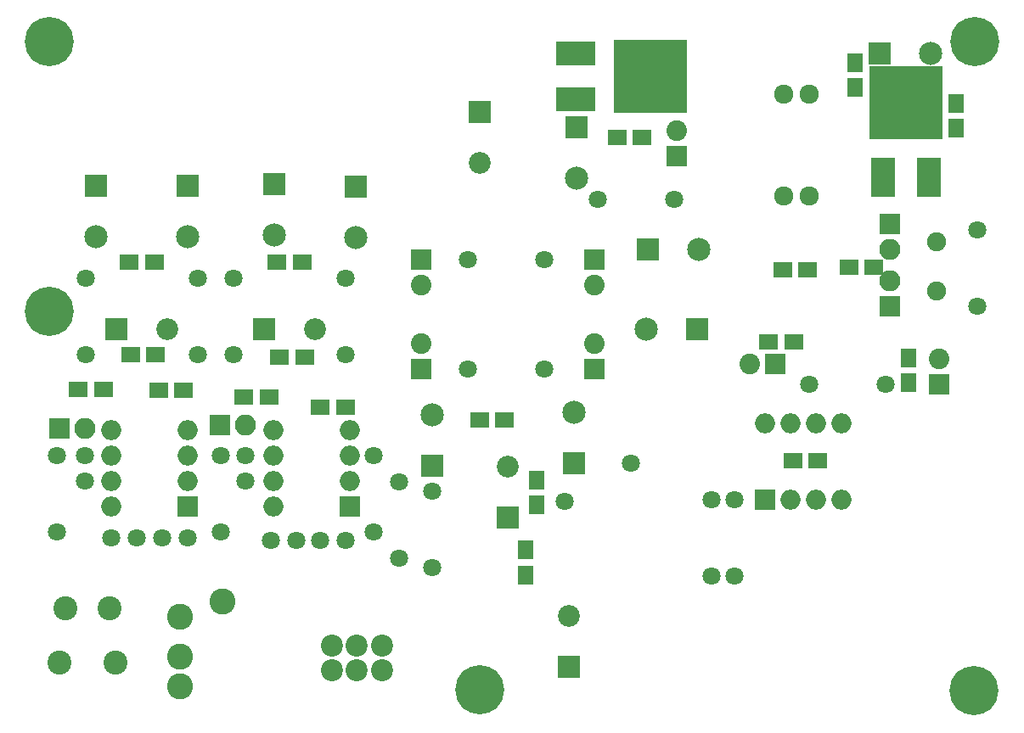
<source format=gbs>
%TF.GenerationSoftware,KiCad,Pcbnew,4.0.6+dfsg1-1*%
%TF.CreationDate,2017-11-11T18:30:39+09:00*%
%TF.ProjectId,USB_DAC1,5553425F444143312E6B696361645F70,rev?*%
%TF.FileFunction,Soldermask,Bot*%
%FSLAX46Y46*%
G04 Gerber Fmt 4.6, Leading zero omitted, Abs format (unit mm)*
G04 Created by KiCad (PCBNEW 4.0.6+dfsg1-1) date Sat Nov 11 18:30:39 2017*
%MOMM*%
%LPD*%
G01*
G04 APERTURE LIST*
%ADD10C,0.100000*%
%ADD11R,2.178000X2.178000*%
%ADD12C,2.178000*%
%ADD13R,3.900000X2.400000*%
%ADD14R,7.400000X7.400000*%
%ADD15C,2.400000*%
%ADD16C,4.900880*%
%ADD17R,2.100000X2.100000*%
%ADD18O,2.100000X2.100000*%
%ADD19R,2.051000X2.051000*%
%ADD20C,2.051000*%
%ADD21R,1.650000X1.900000*%
%ADD22R,1.900000X1.650000*%
%ADD23C,2.600000*%
%ADD24R,2.305000X2.305000*%
%ADD25C,2.305000*%
%ADD26C,1.797000*%
%ADD27C,2.200000*%
%ADD28R,2.000000X2.000000*%
%ADD29O,2.000000X2.000000*%
%ADD30C,1.900000*%
%ADD31R,2.400000X3.900000*%
%ADD32C,1.924000*%
G04 APERTURE END LIST*
D10*
D11*
X54610000Y5207000D03*
D12*
X54610000Y10287000D03*
D13*
X55355000Y61845000D03*
X55355000Y66425000D03*
D14*
X62755000Y64145000D03*
D15*
X3798000Y5588000D03*
X4398000Y11088000D03*
X8798000Y11088000D03*
X9398000Y5588000D03*
D16*
X2794000Y40640000D03*
X45720000Y2921000D03*
X94996000Y2794000D03*
X2794000Y67564000D03*
D17*
X86614000Y49403000D03*
D18*
X86614000Y46863000D03*
D17*
X86614000Y41148000D03*
D18*
X86614000Y43688000D03*
D19*
X65405000Y56134000D03*
D20*
X65405000Y58674000D03*
D21*
X83185000Y63012000D03*
X83185000Y65512000D03*
X93218000Y61448000D03*
X93218000Y58948000D03*
D11*
X45720000Y60579000D03*
D12*
X45720000Y55499000D03*
D22*
X82570000Y45085000D03*
X85070000Y45085000D03*
X59456000Y58039000D03*
X61956000Y58039000D03*
D21*
X50292000Y14371000D03*
X50292000Y16871000D03*
D22*
X45740000Y29845000D03*
X48240000Y29845000D03*
X77069000Y37592000D03*
X74569000Y37592000D03*
D19*
X91567000Y33401000D03*
D20*
X91567000Y35941000D03*
D22*
X78466000Y44831000D03*
X75966000Y44831000D03*
D21*
X88519000Y33548000D03*
X88519000Y36048000D03*
X51435000Y21356000D03*
X51435000Y23856000D03*
D11*
X48514000Y20066000D03*
D12*
X48514000Y25146000D03*
D19*
X75184000Y35433000D03*
D20*
X72644000Y35433000D03*
D19*
X57150000Y34925000D03*
D20*
X57150000Y37465000D03*
D19*
X39878000Y34925000D03*
D20*
X39878000Y37465000D03*
D19*
X57150000Y45847000D03*
D20*
X57150000Y43307000D03*
D19*
X39878000Y45847000D03*
D20*
X39878000Y43307000D03*
D22*
X5735000Y32893000D03*
X8235000Y32893000D03*
X13442000Y36322000D03*
X10942000Y36322000D03*
D11*
X9525000Y38862000D03*
D12*
X14605000Y38862000D03*
D22*
X13315000Y45593000D03*
X10815000Y45593000D03*
X16236000Y32766000D03*
X13736000Y32766000D03*
D17*
X3810000Y28956000D03*
D18*
X6350000Y28956000D03*
D22*
X22245000Y32131000D03*
X24745000Y32131000D03*
X28047000Y45593000D03*
X25547000Y45593000D03*
X28301000Y36068000D03*
X25801000Y36068000D03*
D11*
X24257000Y38862000D03*
D12*
X29337000Y38862000D03*
D22*
X29865000Y31115000D03*
X32365000Y31115000D03*
D17*
X19812000Y29337000D03*
D18*
X22352000Y29337000D03*
D23*
X20075000Y11723000D03*
X15875000Y10223000D03*
X15875000Y6223000D03*
X15875000Y3223000D03*
D24*
X85598000Y66421000D03*
D25*
X90678000Y66421000D03*
D24*
X55372000Y59055000D03*
D25*
X55372000Y53975000D03*
D24*
X41021000Y25273000D03*
D25*
X41021000Y30353000D03*
D24*
X55118000Y25527000D03*
D25*
X55118000Y30607000D03*
D24*
X62484000Y46863000D03*
D25*
X67564000Y46863000D03*
D24*
X67437000Y38862000D03*
D25*
X62357000Y38862000D03*
D24*
X7493000Y53213000D03*
D25*
X7493000Y48133000D03*
D24*
X16637000Y53213000D03*
D25*
X16637000Y48133000D03*
D24*
X25273000Y53340000D03*
D25*
X25273000Y48260000D03*
D24*
X33401000Y53086000D03*
D25*
X33401000Y48006000D03*
D26*
X95377000Y41148000D03*
X95377000Y48768000D03*
X57531000Y51816000D03*
X65151000Y51816000D03*
X41021000Y22733000D03*
X41021000Y15113000D03*
X86233000Y33401000D03*
X78613000Y33401000D03*
X71120000Y14224000D03*
X71120000Y21844000D03*
X60830557Y25527000D03*
X54231443Y21717000D03*
X52197000Y45847000D03*
X44577000Y45847000D03*
X44577000Y34925000D03*
X52197000Y34925000D03*
X68834000Y21844000D03*
X68834000Y14224000D03*
X6477000Y43942000D03*
X6477000Y36322000D03*
X17653000Y43942000D03*
X17653000Y36322000D03*
X3556000Y26289000D03*
X3556000Y18669000D03*
X21209000Y43942000D03*
X21209000Y36322000D03*
X32385000Y43942000D03*
X32385000Y36322000D03*
X19939000Y26289000D03*
X19939000Y18669000D03*
X37719000Y23622000D03*
X37719000Y16002000D03*
X35179000Y18669000D03*
X35179000Y26289000D03*
D27*
X35988000Y4826000D03*
X33488000Y4826000D03*
X30988000Y4826000D03*
X35988000Y7326000D03*
X33488000Y7326000D03*
X30988000Y7326000D03*
D28*
X74168000Y21844000D03*
D29*
X81788000Y29464000D03*
X76708000Y21844000D03*
X79248000Y29464000D03*
X79248000Y21844000D03*
X76708000Y29464000D03*
X81788000Y21844000D03*
X74168000Y29464000D03*
D28*
X16637000Y21209000D03*
D29*
X9017000Y28829000D03*
X16637000Y23749000D03*
X9017000Y26289000D03*
X16637000Y26289000D03*
X9017000Y23749000D03*
X16637000Y28829000D03*
X9017000Y21209000D03*
D28*
X32766000Y21209000D03*
D29*
X25146000Y28829000D03*
X32766000Y23749000D03*
X25146000Y26289000D03*
X32766000Y26289000D03*
X25146000Y23749000D03*
X32766000Y28829000D03*
X25146000Y21209000D03*
D30*
X91313000Y47625000D03*
X91313000Y42725000D03*
D31*
X90555000Y54085000D03*
X85975000Y54085000D03*
D14*
X88255000Y61485000D03*
D22*
X76982000Y25781000D03*
X79482000Y25781000D03*
D26*
X32385000Y17780000D03*
X29845000Y17780000D03*
X22352000Y23749000D03*
X22352000Y26289000D03*
X27432000Y17780000D03*
X24892000Y17780000D03*
X6350000Y23749000D03*
X6350000Y26289000D03*
X16637000Y18034000D03*
X14097000Y18034000D03*
X11557000Y18034000D03*
X9017000Y18034000D03*
D16*
X95123000Y67564000D03*
D32*
X76073000Y52197000D03*
X76073000Y62357000D03*
X78613000Y52197000D03*
X78613000Y62357000D03*
M02*

</source>
